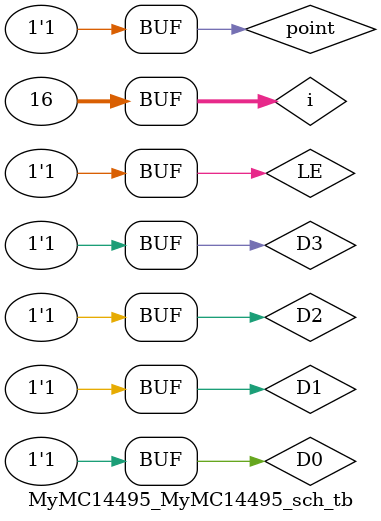
<source format=v>

`timescale 1ns / 1ps
`define auto_init
module MyMC14495_MyMC14495_sch_tb();

// Inputs
   reg D3;
   reg D0;
   reg LE;
   reg point;
   reg D2;
   reg D1;

// Output
   wire P;
   wire g;
   wire f;
   wire e;
   wire d;
   wire c;
   wire b;
   wire a;

// Bidirs

// Instantiate the UUT
   MyMC14495 UUT (
		.D3(D3), 
		.D0(D0), 
		.LE(LE), 
		.point(point), 
		.P(P), 
		.g(g), 
		.f(f), 
		.e(e), 
		.d(d), 
		.c(c), 
		.b(b), 
		.a(a), 
		.D2(D2), 
		.D1(D1)
   );
// Initialize Inputs
   `ifdef auto_init
	integer i;
       initial begin
		D3 = 0;
		D0 = 0;
		LE = 0;
		point = 0;
		D2 = 0;
		D1 = 0;
		
		for(i=0;i<=15;i=i+1)begin
			#50;
			{D3,D2,D1,D0}=i;
			point=i;
		end
		
		#50;
		LE=1;
		  end
   `endif
endmodule

</source>
